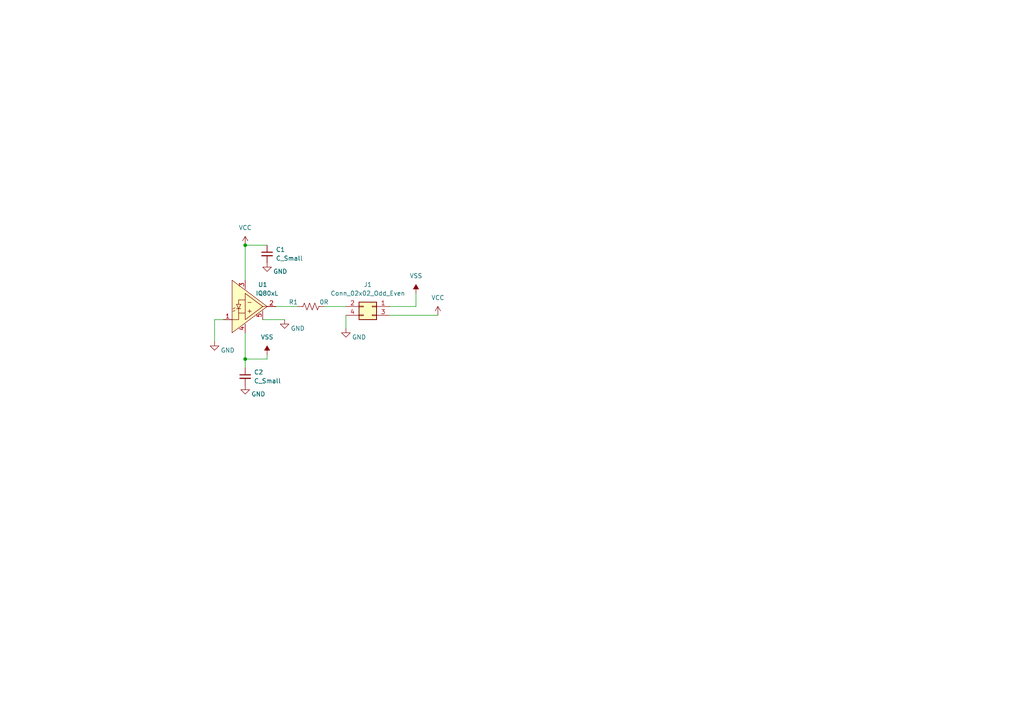
<source format=kicad_sch>
(kicad_sch (version 20230121) (generator eeschema)
  (paper "A4")
  (lib_symbols
    (symbol "Connector_Generic:Conn_02x02_Odd_Even" (pin_names (offset 1.016) hide)
      (property "Reference" "J" (at 1.27 2.54 0))
      (property "Value" "Conn_02x02_Odd_Even" (at 1.27 -5.08 0))
      (symbol "Conn_02x02_Odd_Even_1_1"
        (rectangle (start -1.27 -2.413) (end 0 -2.667) (stroke (width 0.1524)))
        (rectangle (start -1.27 0.127) (end 0 -0.127) (stroke (width 0.1524)))
        (rectangle (start -1.27 1.27) (end 3.81 -3.81) (stroke (width 0.254)) (fill (type background)))
        (rectangle (start 3.81 -2.413) (end 2.54 -2.667) (stroke (width 0.1524)))
        (rectangle (start 3.81 0.127) (end 2.54 -0.127) (stroke (width 0.1524)))
        (pin passive line (at -5.08 0 0) (length 3.81) (name "Pin_1") (number "1"))
        (pin passive line (at 7.62 0 180) (length 3.81) (name "Pin_2") (number "2"))
        (pin passive line (at -5.08 -2.54 0) (length 3.81) (name "Pin_3") (number "3"))
        (pin passive line (at 7.62 -2.54 180) (length 3.81) (name "Pin_4") (number "4"))
      )
    )
    (symbol "Device:C_Small" (pin_numbers hide) (pin_names (offset 0.254) hide)
      (property "Reference" "C" (at 0.254 1.778 0))
      (property "Value" "C_Small" (at 0.254 -2.032 0))
      (symbol "C_Small_0_1"
        (polyline (pts (xy -1.524 -0.508) (xy 1.524 -0.508)) (stroke (width 0.3302)))
        (polyline (pts (xy -1.524 0.508) (xy 1.524 0.508)) (stroke (width 0.3048)))
      )
      (symbol "C_Small_1_1"
        (pin passive line (at 0 2.54 270) (length 2.032) (name "~") (number "1"))
        (pin passive line (at 0 -2.54 90) (length 2.032) (name "~") (number "2"))
      )
    )
    (symbol "Device:R_US" (pin_numbers hide) (pin_names (offset 0))
      (property "Reference" "R" (at 2.54 0 90))
      (property "Value" "R_US" (at -2.54 0 90))
      (symbol "R_US_0_1"
        (polyline (pts (xy 0 -2.286) (xy 0 -2.54)))
        (polyline (pts (xy 0 2.286) (xy 0 2.54)))
        (polyline (pts (xy 0 -0.762) (xy 1.016 -1.143) (xy 0 -1.524) (xy -1.016 -1.905) (xy 0 -2.286)))
        (polyline (pts (xy 0 0.762) (xy 1.016 0.381) (xy 0 0) (xy -1.016 -0.381) (xy 0 -0.762)))
        (polyline (pts (xy 0 2.286) (xy 1.016 1.905) (xy 0 1.524) (xy -1.016 1.143) (xy 0 0.762)))
      )
      (symbol "R_US_1_1"
        (pin passive line (at 0 3.81 270) (length 1.27) (name "~") (number "1"))
        (pin passive line (at 0 -3.81 90) (length 1.27) (name "~") (number "2"))
      )
    )
    (symbol "my-Roithner:IQ80xL" (pin_names hide)
      (property "Reference" "U" (at 7.62 15.24 0))
      (property "Value" "IQ80xL" (at 10.16 12.7 0))
      (symbol "IQ80xL_1_1"
        (polyline (pts (xy 0.254 6.223) (xy 0.889 6.477)))
        (polyline (pts (xy 0.254 6.985) (xy 0.889 7.239)))
        (polyline (pts (xy 1.27 6.985) (xy 2.54 6.985)))
        (polyline (pts (xy 8.89 7.62) (xy 10.16 7.62)))
        (polyline (pts (xy 1.905 5.715) (xy 1.905 3.81) (xy 0 3.81)))
        (polyline (pts (xy 1.905 6.985) (xy 1.905 5.715) (xy 3.81 5.715)))
        (polyline (pts (xy 3.81 9.525) (xy 1.905 9.525) (xy 1.905 8.255)))
        (polyline (pts (xy 1.27 8.255) (xy 2.54 8.255) (xy 1.905 6.985) (xy 1.27 8.255)))
        (polyline (pts (xy 3.81 11.43) (xy 3.81 3.81) (xy 8.89 7.62) (xy 3.81 11.43)))
        (polyline (pts (xy 10.16 7.62) (xy 0 15.24) (xy 0 0) (xy 10.16 7.62)) (fill (type background)))
        (text "+" (at 5.08 6.35 0) (effects (font (size 1.27 1.27))))
        (text "-" (at 5.08 8.89 0) (effects (font (size 1.27 1.27))))
        (pin input line (at -2.54 3.81 0) (length 2.54) (name "GND") (number "1"))
        (pin input line (at 12.7 7.62 180) (length 2.54) (name "OUT") (number "2"))
        (pin input line (at 3.81 15.24 270) (length 2.54) (name "V+") (number "3"))
        (pin input line (at 3.81 0 90) (length 2.54) (name "V-") (number "4"))
        (pin input line (at 8.89 3.81 90) (length 2.54) (name "CASE") (number "5"))
      )
    )
    (symbol "power:GND" (power) (pin_names (offset 0))
      (property "Value" "GND" (at 0 -3.81 0))
      (symbol "GND_0_1"
        (polyline (pts (xy 0 0) (xy 0 -1.27) (xy 1.27 -1.27) (xy 0 -2.54) (xy -1.27 -1.27) (xy 0 -1.27)))
      )
      (symbol "GND_1_1"
        (pin power_in line (at 0 0 270) (length 0) hide (name "GND") (number "1"))
      )
    )
    (symbol "power:VCC" (power) (pin_names (offset 0))
      (property "Value" "VCC" (at 0 3.81 0))
      (symbol "VCC_0_1"
        (polyline (pts (xy -0.762 1.27) (xy 0 2.54)))
        (polyline (pts (xy 0 0) (xy 0 2.54)))
        (polyline (pts (xy 0 2.54) (xy 0.762 1.27)))
      )
      (symbol "VCC_1_1"
        (pin power_in line (at 0 0 90) (length 0) hide (name "VCC") (number "1"))
      )
    )
    (symbol "power:VSS" (power) (pin_names (offset 0))
      (property "Value" "VSS" (at 0 3.81 0))
      (symbol "VSS_0_1"
        (polyline (pts (xy 0 0) (xy 0 2.54)))
        (polyline (pts (xy 0.762 1.27) (xy -0.762 1.27) (xy 0 2.54) (xy 0.762 1.27)) (fill (type outline)))
      )
      (symbol "VSS_1_1"
        (pin power_in line (at 0 0 90) (length 0) hide (name "VSS") (number "1"))
      )
    )
  )
  (junction (at 71.12 71.12))
  (junction (at 71.12 104.14))
  (wire (pts (xy 71.12 81.28) (xy 71.12 71.12)))
  (wire (pts (xy 76.2 92.71) (xy 82.55 92.71)))
  (wire (pts (xy 120.65 85.09) (xy 120.65 88.9)))
  (wire (pts (xy 71.12 96.52) (xy 71.12 104.14)))
  (wire (pts (xy 71.12 104.14) (xy 77.47 104.14)))
  (wire (pts (xy 113.03 91.44) (xy 127 91.44)))
  (wire (pts (xy 64.77 92.71) (xy 62.23 92.71)))
  (wire (pts (xy 71.12 104.14) (xy 71.12 106.68)))
  (wire (pts (xy 80.01 88.9) (xy 86.36 88.9)))
  (wire (pts (xy 100.33 91.44) (xy 100.33 95.25)))
  (wire (pts (xy 62.23 92.71) (xy 62.23 99.06)))
  (wire (pts (xy 120.65 88.9) (xy 113.03 88.9)))
  (wire (pts (xy 93.98 88.9) (xy 100.33 88.9)))
  (wire (pts (xy 77.47 102.87) (xy 77.47 104.14)))
  (wire (pts (xy 71.12 71.12) (xy 77.47 71.12)))
  (symbol (lib_id "power:GND") (at 100.33 95.25 0) (unit 1)
    (property "Reference" "#PWR04" (effects hide))
    (property "Value" "GND" (at 104.14 97.79 0))
  )
  (symbol (lib_id "power:GND") (at 82.55 92.71 0) (unit 1)
    (property "Reference" "#PWR09" (effects hide))
    (property "Value" "GND" (at 86.36 95.25 0))
  )
  (symbol (lib_id "power:VCC") (at 127 91.44 0) (unit 1)
    (property "Reference" "#PWR08" (effects hide))
    (property "Value" "VCC" (at 127 86.36 0))
  )
  (symbol (lib_id "power:GND") (at 77.47 76.2 0) (unit 1)
    (property "Reference" "#PWR01" (effects hide))
    (property "Value" "GND" (at 81.28 78.74 0))
  )
  (symbol (lib_id "Connector_Generic:Conn_02x02_Odd_Even") (at 107.95 88.9 0) (mirror y) (unit 1)
    (property "Reference" "J1" (at 106.68 82.55 0))
    (property "Value" "Conn_02x02_Odd_Even" (at 106.68 85.09 0))
    (property "Footprint" "my_header:PinHeader_2x02_P1.27mm_compact" (effects hide))
  )
  (symbol (lib_id "power:VCC") (at 71.12 71.12 0) (unit 1)
    (property "Reference" "#PWR05" (effects hide))
    (property "Value" "VCC" (at 71.12 66.04 0))
  )
  (symbol (lib_id "Device:R_US") (at 90.17 88.9 90) (unit 1)
    (property "Reference" "R1" (at 85.09 87.63 90))
    (property "Value" "0R" (at 93.98 87.63 90))
    (property "Footprint" "Resistor_SMD:R_0603_1608Metric" (effects hide))
  )
  (symbol (lib_id "Device:C_Small") (at 77.47 73.66 0) (unit 1)
    (property "Reference" "C1" (at 80.01 72.3963 0) (effects (justify left)))
    (property "Value" "C_Small" (at 80.01 74.9363 0) (effects (justify left)))
    (property "Footprint" "Capacitor_SMD:C_0603_1608Metric" (effects hide))
  )
  (symbol (lib_id "power:GND") (at 62.23 99.06 0) (unit 1)
    (property "Reference" "#PWR03" (effects hide))
    (property "Value" "GND" (at 66.04 101.6 0))
  )
  (symbol (lib_id "power:VSS") (at 120.65 85.09 0) (unit 1)
    (property "Reference" "#PWR07" (effects hide))
    (property "Value" "VSS" (at 120.65 80.01 0))
  )
  (symbol (lib_id "Device:C_Small") (at 71.12 109.22 0) (unit 1)
    (property "Reference" "C2" (at 73.66 107.9563 0) (effects (justify left)))
    (property "Value" "C_Small" (at 73.66 110.4963 0) (effects (justify left)))
    (property "Footprint" "Capacitor_SMD:C_0603_1608Metric" (effects hide))
  )
  (symbol (lib_id "my-Roithner:IQ80xL") (at 67.31 96.52 0) (unit 1)
    (property "Reference" "U1" (at 76.2 82.55 0))
    (property "Value" "IQ80xL" (at 77.47 85.09 0))
    (property "Footprint" "my_IQ80:IQ80xL" (effects hide))
  )
  (symbol (lib_id "power:GND") (at 71.12 111.76 0) (unit 1)
    (property "Reference" "#PWR02" (effects hide))
    (property "Value" "GND" (at 74.93 114.3 0))
  )
  (symbol (lib_id "power:VSS") (at 77.47 102.87 0) (unit 1)
    (property "Reference" "#PWR06" (effects hide))
    (property "Value" "VSS" (at 77.47 97.79 0))
  )
)
</source>
